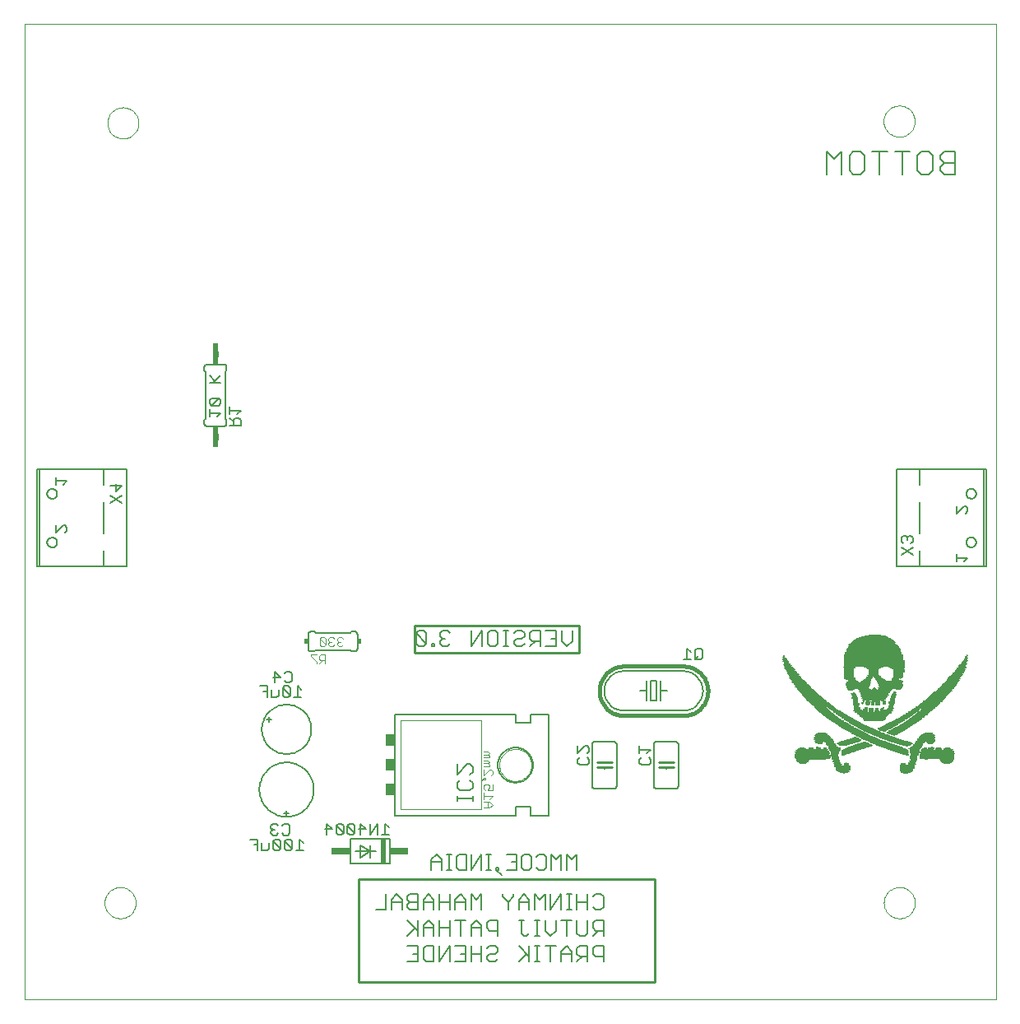
<source format=gbo>
G75*
%MOIN*%
%OFA0B0*%
%FSLAX24Y24*%
%IPPOS*%
%LPD*%
%AMOC8*
5,1,8,0,0,1.08239X$1,22.5*
%
%ADD10C,0.0000*%
%ADD11C,0.0080*%
%ADD12C,0.0060*%
%ADD13C,0.0100*%
%ADD14R,0.0066X0.0033*%
%ADD15R,0.0167X0.0033*%
%ADD16R,0.0334X0.0033*%
%ADD17R,0.0367X0.0033*%
%ADD18R,0.0466X0.0033*%
%ADD19R,0.0467X0.0033*%
%ADD20R,0.0500X0.0033*%
%ADD21R,0.0533X0.0033*%
%ADD22R,0.0567X0.0033*%
%ADD23R,0.0566X0.0033*%
%ADD24R,0.0600X0.0033*%
%ADD25R,0.0566X0.0033*%
%ADD26R,0.0600X0.0033*%
%ADD27R,0.0634X0.0033*%
%ADD28R,0.0633X0.0033*%
%ADD29R,0.0634X0.0033*%
%ADD30R,0.0633X0.0033*%
%ADD31R,0.0300X0.0033*%
%ADD32R,0.0233X0.0033*%
%ADD33R,0.0333X0.0033*%
%ADD34R,0.0233X0.0033*%
%ADD35R,0.0234X0.0033*%
%ADD36R,0.0267X0.0033*%
%ADD37R,0.0333X0.0033*%
%ADD38R,0.0033X0.0033*%
%ADD39R,0.0400X0.0033*%
%ADD40R,0.0434X0.0033*%
%ADD41R,0.0300X0.0033*%
%ADD42R,0.0266X0.0033*%
%ADD43R,0.0266X0.0033*%
%ADD44R,0.1200X0.0033*%
%ADD45R,0.0267X0.0033*%
%ADD46R,0.0133X0.0033*%
%ADD47R,0.1400X0.0033*%
%ADD48R,0.1434X0.0033*%
%ADD49R,0.1434X0.0033*%
%ADD50R,0.1433X0.0033*%
%ADD51R,0.1467X0.0033*%
%ADD52R,0.1433X0.0033*%
%ADD53R,0.0133X0.0033*%
%ADD54R,0.0366X0.0033*%
%ADD55R,0.0433X0.0033*%
%ADD56R,0.0466X0.0033*%
%ADD57R,0.1367X0.0033*%
%ADD58R,0.1367X0.0033*%
%ADD59R,0.0366X0.0033*%
%ADD60R,0.0533X0.0033*%
%ADD61R,0.0367X0.0033*%
%ADD62R,0.1333X0.0033*%
%ADD63R,0.0666X0.0033*%
%ADD64R,0.1334X0.0033*%
%ADD65R,0.1300X0.0033*%
%ADD66R,0.0434X0.0033*%
%ADD67R,0.0700X0.0033*%
%ADD68R,0.0733X0.0033*%
%ADD69R,0.1267X0.0033*%
%ADD70R,0.0766X0.0033*%
%ADD71R,0.0800X0.0033*%
%ADD72R,0.0433X0.0033*%
%ADD73R,0.0500X0.0033*%
%ADD74R,0.0400X0.0033*%
%ADD75R,0.0166X0.0033*%
%ADD76R,0.0800X0.0033*%
%ADD77R,0.0833X0.0033*%
%ADD78R,0.0200X0.0033*%
%ADD79R,0.0134X0.0033*%
%ADD80R,0.0100X0.0033*%
%ADD81R,0.0866X0.0033*%
%ADD82R,0.0867X0.0033*%
%ADD83R,0.0067X0.0033*%
%ADD84R,0.0866X0.0033*%
%ADD85R,0.0834X0.0033*%
%ADD86R,0.0100X0.0033*%
%ADD87R,0.0700X0.0033*%
%ADD88R,0.0767X0.0033*%
%ADD89R,0.0667X0.0033*%
%ADD90R,0.0734X0.0033*%
%ADD91R,0.0334X0.0033*%
%ADD92R,0.0767X0.0033*%
%ADD93R,0.0166X0.0033*%
%ADD94R,0.0734X0.0033*%
%ADD95R,0.0567X0.0033*%
%ADD96R,0.0733X0.0033*%
%ADD97R,0.0667X0.0033*%
%ADD98R,0.0067X0.0033*%
%ADD99R,0.0534X0.0033*%
%ADD100R,0.0534X0.0033*%
%ADD101R,0.0467X0.0033*%
%ADD102R,0.0933X0.0033*%
%ADD103R,0.1033X0.0033*%
%ADD104R,0.1100X0.0033*%
%ADD105R,0.1134X0.0033*%
%ADD106R,0.1500X0.0033*%
%ADD107R,0.0167X0.0033*%
%ADD108R,0.0200X0.0033*%
%ADD109R,0.0867X0.0033*%
%ADD110R,0.0134X0.0033*%
%ADD111R,0.0066X0.0033*%
%ADD112R,0.0833X0.0033*%
%ADD113R,0.0234X0.0033*%
%ADD114R,0.0766X0.0033*%
%ADD115R,0.0900X0.0033*%
%ADD116R,0.0967X0.0033*%
%ADD117R,0.1000X0.0033*%
%ADD118R,0.1034X0.0033*%
%ADD119R,0.1133X0.0033*%
%ADD120R,0.1166X0.0033*%
%ADD121R,0.1234X0.0033*%
%ADD122R,0.1267X0.0033*%
%ADD123R,0.1333X0.0033*%
%ADD124R,0.0900X0.0033*%
%ADD125R,0.0967X0.0033*%
%ADD126R,0.0934X0.0033*%
%ADD127R,0.1000X0.0033*%
%ADD128R,0.1033X0.0033*%
%ADD129R,0.1067X0.0033*%
%ADD130R,0.2467X0.0033*%
%ADD131R,0.2467X0.0033*%
%ADD132R,0.2433X0.0033*%
%ADD133R,0.2433X0.0033*%
%ADD134R,0.2367X0.0033*%
%ADD135R,0.2367X0.0033*%
%ADD136R,0.2300X0.0033*%
%ADD137R,0.2300X0.0033*%
%ADD138R,0.2233X0.0033*%
%ADD139R,0.2233X0.0033*%
%ADD140R,0.2200X0.0033*%
%ADD141R,0.2167X0.0033*%
%ADD142R,0.2134X0.0033*%
%ADD143R,0.2066X0.0033*%
%ADD144R,0.2000X0.0033*%
%ADD145R,0.1967X0.0033*%
%ADD146R,0.1900X0.0033*%
%ADD147R,0.1833X0.0033*%
%ADD148R,0.1800X0.0033*%
%ADD149R,0.1734X0.0033*%
%ADD150R,0.1666X0.0033*%
%ADD151R,0.1567X0.0033*%
%ADD152R,0.1466X0.0033*%
%ADD153R,0.1233X0.0033*%
%ADD154C,0.0050*%
%ADD155C,0.0020*%
%ADD156C,0.0070*%
%ADD157C,0.0040*%
%ADD158R,0.0350X0.0500*%
%ADD159C,0.0160*%
%ADD160C,0.0240*%
%ADD161R,0.0240X0.0340*%
%ADD162R,0.0150X0.0200*%
%ADD163R,0.0200X0.1000*%
%ADD164R,0.0750X0.0300*%
D10*
X000100Y000100D02*
X000100Y039596D01*
X039470Y039596D01*
X039470Y000100D01*
X000100Y000100D01*
X003352Y004021D02*
X003354Y004071D01*
X003360Y004121D01*
X003370Y004170D01*
X003384Y004218D01*
X003401Y004265D01*
X003422Y004310D01*
X003447Y004354D01*
X003475Y004395D01*
X003507Y004434D01*
X003541Y004471D01*
X003578Y004505D01*
X003618Y004535D01*
X003660Y004562D01*
X003704Y004586D01*
X003750Y004607D01*
X003797Y004623D01*
X003845Y004636D01*
X003895Y004645D01*
X003944Y004650D01*
X003995Y004651D01*
X004045Y004648D01*
X004094Y004641D01*
X004143Y004630D01*
X004191Y004615D01*
X004237Y004597D01*
X004282Y004575D01*
X004325Y004549D01*
X004366Y004520D01*
X004405Y004488D01*
X004441Y004453D01*
X004473Y004415D01*
X004503Y004375D01*
X004530Y004332D01*
X004553Y004288D01*
X004572Y004242D01*
X004588Y004194D01*
X004600Y004145D01*
X004608Y004096D01*
X004612Y004046D01*
X004612Y003996D01*
X004608Y003946D01*
X004600Y003897D01*
X004588Y003848D01*
X004572Y003800D01*
X004553Y003754D01*
X004530Y003710D01*
X004503Y003667D01*
X004473Y003627D01*
X004441Y003589D01*
X004405Y003554D01*
X004366Y003522D01*
X004325Y003493D01*
X004282Y003467D01*
X004237Y003445D01*
X004191Y003427D01*
X004143Y003412D01*
X004094Y003401D01*
X004045Y003394D01*
X003995Y003391D01*
X003944Y003392D01*
X003895Y003397D01*
X003845Y003406D01*
X003797Y003419D01*
X003750Y003435D01*
X003704Y003456D01*
X003660Y003480D01*
X003618Y003507D01*
X003578Y003537D01*
X003541Y003571D01*
X003507Y003608D01*
X003475Y003647D01*
X003447Y003688D01*
X003422Y003732D01*
X003401Y003777D01*
X003384Y003824D01*
X003370Y003872D01*
X003360Y003921D01*
X003354Y003971D01*
X003352Y004021D01*
X019350Y009600D02*
X019352Y009650D01*
X019358Y009700D01*
X019368Y009750D01*
X019381Y009798D01*
X019398Y009846D01*
X019419Y009892D01*
X019443Y009936D01*
X019471Y009978D01*
X019502Y010018D01*
X019536Y010055D01*
X019573Y010090D01*
X019612Y010121D01*
X019653Y010150D01*
X019697Y010175D01*
X019743Y010197D01*
X019790Y010215D01*
X019838Y010229D01*
X019887Y010240D01*
X019937Y010247D01*
X019987Y010250D01*
X020038Y010249D01*
X020088Y010244D01*
X020138Y010235D01*
X020186Y010223D01*
X020234Y010206D01*
X020280Y010186D01*
X020325Y010163D01*
X020368Y010136D01*
X020408Y010106D01*
X020446Y010073D01*
X020481Y010037D01*
X020514Y009998D01*
X020543Y009957D01*
X020569Y009914D01*
X020592Y009869D01*
X020611Y009822D01*
X020626Y009774D01*
X020638Y009725D01*
X020646Y009675D01*
X020650Y009625D01*
X020650Y009575D01*
X020646Y009525D01*
X020638Y009475D01*
X020626Y009426D01*
X020611Y009378D01*
X020592Y009331D01*
X020569Y009286D01*
X020543Y009243D01*
X020514Y009202D01*
X020481Y009163D01*
X020446Y009127D01*
X020408Y009094D01*
X020368Y009064D01*
X020325Y009037D01*
X020280Y009014D01*
X020234Y008994D01*
X020186Y008977D01*
X020138Y008965D01*
X020088Y008956D01*
X020038Y008951D01*
X019987Y008950D01*
X019937Y008953D01*
X019887Y008960D01*
X019838Y008971D01*
X019790Y008985D01*
X019743Y009003D01*
X019697Y009025D01*
X019653Y009050D01*
X019612Y009079D01*
X019573Y009110D01*
X019536Y009145D01*
X019502Y009182D01*
X019471Y009222D01*
X019443Y009264D01*
X019419Y009308D01*
X019398Y009354D01*
X019381Y009402D01*
X019368Y009450D01*
X019358Y009500D01*
X019352Y009550D01*
X019350Y009600D01*
X034931Y004021D02*
X034933Y004071D01*
X034939Y004121D01*
X034949Y004170D01*
X034963Y004218D01*
X034980Y004265D01*
X035001Y004310D01*
X035026Y004354D01*
X035054Y004395D01*
X035086Y004434D01*
X035120Y004471D01*
X035157Y004505D01*
X035197Y004535D01*
X035239Y004562D01*
X035283Y004586D01*
X035329Y004607D01*
X035376Y004623D01*
X035424Y004636D01*
X035474Y004645D01*
X035523Y004650D01*
X035574Y004651D01*
X035624Y004648D01*
X035673Y004641D01*
X035722Y004630D01*
X035770Y004615D01*
X035816Y004597D01*
X035861Y004575D01*
X035904Y004549D01*
X035945Y004520D01*
X035984Y004488D01*
X036020Y004453D01*
X036052Y004415D01*
X036082Y004375D01*
X036109Y004332D01*
X036132Y004288D01*
X036151Y004242D01*
X036167Y004194D01*
X036179Y004145D01*
X036187Y004096D01*
X036191Y004046D01*
X036191Y003996D01*
X036187Y003946D01*
X036179Y003897D01*
X036167Y003848D01*
X036151Y003800D01*
X036132Y003754D01*
X036109Y003710D01*
X036082Y003667D01*
X036052Y003627D01*
X036020Y003589D01*
X035984Y003554D01*
X035945Y003522D01*
X035904Y003493D01*
X035861Y003467D01*
X035816Y003445D01*
X035770Y003427D01*
X035722Y003412D01*
X035673Y003401D01*
X035624Y003394D01*
X035574Y003391D01*
X035523Y003392D01*
X035474Y003397D01*
X035424Y003406D01*
X035376Y003419D01*
X035329Y003435D01*
X035283Y003456D01*
X035239Y003480D01*
X035197Y003507D01*
X035157Y003537D01*
X035120Y003571D01*
X035086Y003608D01*
X035054Y003647D01*
X035026Y003688D01*
X035001Y003732D01*
X034980Y003777D01*
X034963Y003824D01*
X034949Y003872D01*
X034939Y003921D01*
X034933Y003971D01*
X034931Y004021D01*
X034923Y035671D02*
X034925Y035721D01*
X034931Y035771D01*
X034941Y035820D01*
X034955Y035868D01*
X034972Y035915D01*
X034993Y035960D01*
X035018Y036004D01*
X035046Y036045D01*
X035078Y036084D01*
X035112Y036121D01*
X035149Y036155D01*
X035189Y036185D01*
X035231Y036212D01*
X035275Y036236D01*
X035321Y036257D01*
X035368Y036273D01*
X035416Y036286D01*
X035466Y036295D01*
X035515Y036300D01*
X035566Y036301D01*
X035616Y036298D01*
X035665Y036291D01*
X035714Y036280D01*
X035762Y036265D01*
X035808Y036247D01*
X035853Y036225D01*
X035896Y036199D01*
X035937Y036170D01*
X035976Y036138D01*
X036012Y036103D01*
X036044Y036065D01*
X036074Y036025D01*
X036101Y035982D01*
X036124Y035938D01*
X036143Y035892D01*
X036159Y035844D01*
X036171Y035795D01*
X036179Y035746D01*
X036183Y035696D01*
X036183Y035646D01*
X036179Y035596D01*
X036171Y035547D01*
X036159Y035498D01*
X036143Y035450D01*
X036124Y035404D01*
X036101Y035360D01*
X036074Y035317D01*
X036044Y035277D01*
X036012Y035239D01*
X035976Y035204D01*
X035937Y035172D01*
X035896Y035143D01*
X035853Y035117D01*
X035808Y035095D01*
X035762Y035077D01*
X035714Y035062D01*
X035665Y035051D01*
X035616Y035044D01*
X035566Y035041D01*
X035515Y035042D01*
X035466Y035047D01*
X035416Y035056D01*
X035368Y035069D01*
X035321Y035085D01*
X035275Y035106D01*
X035231Y035130D01*
X035189Y035157D01*
X035149Y035187D01*
X035112Y035221D01*
X035078Y035258D01*
X035046Y035297D01*
X035018Y035338D01*
X034993Y035382D01*
X034972Y035427D01*
X034955Y035474D01*
X034941Y035522D01*
X034931Y035571D01*
X034925Y035621D01*
X034923Y035671D01*
X003470Y035600D02*
X003472Y035650D01*
X003478Y035700D01*
X003488Y035749D01*
X003502Y035797D01*
X003519Y035844D01*
X003540Y035889D01*
X003565Y035933D01*
X003593Y035974D01*
X003625Y036013D01*
X003659Y036050D01*
X003696Y036084D01*
X003736Y036114D01*
X003778Y036141D01*
X003822Y036165D01*
X003868Y036186D01*
X003915Y036202D01*
X003963Y036215D01*
X004013Y036224D01*
X004062Y036229D01*
X004113Y036230D01*
X004163Y036227D01*
X004212Y036220D01*
X004261Y036209D01*
X004309Y036194D01*
X004355Y036176D01*
X004400Y036154D01*
X004443Y036128D01*
X004484Y036099D01*
X004523Y036067D01*
X004559Y036032D01*
X004591Y035994D01*
X004621Y035954D01*
X004648Y035911D01*
X004671Y035867D01*
X004690Y035821D01*
X004706Y035773D01*
X004718Y035724D01*
X004726Y035675D01*
X004730Y035625D01*
X004730Y035575D01*
X004726Y035525D01*
X004718Y035476D01*
X004706Y035427D01*
X004690Y035379D01*
X004671Y035333D01*
X004648Y035289D01*
X004621Y035246D01*
X004591Y035206D01*
X004559Y035168D01*
X004523Y035133D01*
X004484Y035101D01*
X004443Y035072D01*
X004400Y035046D01*
X004355Y035024D01*
X004309Y035006D01*
X004261Y034991D01*
X004212Y034980D01*
X004163Y034973D01*
X004113Y034970D01*
X004062Y034971D01*
X004013Y034976D01*
X003963Y034985D01*
X003915Y034998D01*
X003868Y035014D01*
X003822Y035035D01*
X003778Y035059D01*
X003736Y035086D01*
X003696Y035116D01*
X003659Y035150D01*
X003625Y035187D01*
X003593Y035226D01*
X003565Y035267D01*
X003540Y035311D01*
X003519Y035356D01*
X003502Y035403D01*
X003488Y035451D01*
X003478Y035500D01*
X003472Y035550D01*
X003470Y035600D01*
D11*
X032614Y034439D02*
X032614Y033518D01*
X033228Y033518D02*
X033228Y034439D01*
X032921Y034132D01*
X032614Y034439D01*
X033535Y034285D02*
X033535Y033671D01*
X033688Y033518D01*
X033995Y033518D01*
X034149Y033671D01*
X034149Y034285D01*
X033995Y034439D01*
X033688Y034439D01*
X033535Y034285D01*
X034455Y034439D02*
X035069Y034439D01*
X034762Y034439D02*
X034762Y033518D01*
X035376Y034439D02*
X035990Y034439D01*
X035683Y034439D02*
X035683Y033518D01*
X036297Y033671D02*
X036297Y034285D01*
X036450Y034439D01*
X036757Y034439D01*
X036911Y034285D01*
X036911Y033671D01*
X036757Y033518D01*
X036450Y033518D01*
X036297Y033671D01*
X037218Y033671D02*
X037371Y033518D01*
X037832Y033518D01*
X037832Y034439D01*
X037371Y034439D01*
X037218Y034285D01*
X037218Y034132D01*
X037371Y033978D01*
X037832Y033978D01*
X037371Y033978D02*
X037218Y033825D01*
X037218Y033671D01*
D12*
X036390Y021566D02*
X035450Y021566D01*
X035450Y017636D01*
X036390Y017636D01*
X038990Y017636D01*
X039070Y017636D01*
X039070Y021566D01*
X038990Y021566D01*
X036390Y021566D01*
X036390Y020936D01*
X036390Y020236D02*
X036390Y018966D01*
X036390Y018266D02*
X036390Y017636D01*
X038270Y018616D02*
X038272Y018644D01*
X038278Y018671D01*
X038287Y018697D01*
X038300Y018722D01*
X038317Y018745D01*
X038336Y018765D01*
X038358Y018782D01*
X038382Y018796D01*
X038408Y018806D01*
X038435Y018813D01*
X038463Y018816D01*
X038491Y018815D01*
X038518Y018810D01*
X038545Y018801D01*
X038570Y018789D01*
X038593Y018774D01*
X038614Y018755D01*
X038632Y018734D01*
X038647Y018710D01*
X038658Y018684D01*
X038666Y018658D01*
X038670Y018630D01*
X038670Y018602D01*
X038666Y018574D01*
X038658Y018548D01*
X038647Y018522D01*
X038632Y018498D01*
X038614Y018477D01*
X038593Y018458D01*
X038570Y018443D01*
X038545Y018431D01*
X038518Y018422D01*
X038491Y018417D01*
X038463Y018416D01*
X038435Y018419D01*
X038408Y018426D01*
X038382Y018436D01*
X038358Y018450D01*
X038336Y018467D01*
X038317Y018487D01*
X038300Y018510D01*
X038287Y018535D01*
X038278Y018561D01*
X038272Y018588D01*
X038270Y018616D01*
X038990Y017636D02*
X038990Y021566D01*
X038270Y020586D02*
X038272Y020614D01*
X038278Y020641D01*
X038287Y020667D01*
X038300Y020692D01*
X038317Y020715D01*
X038336Y020735D01*
X038358Y020752D01*
X038382Y020766D01*
X038408Y020776D01*
X038435Y020783D01*
X038463Y020786D01*
X038491Y020785D01*
X038518Y020780D01*
X038545Y020771D01*
X038570Y020759D01*
X038593Y020744D01*
X038614Y020725D01*
X038632Y020704D01*
X038647Y020680D01*
X038658Y020654D01*
X038666Y020628D01*
X038670Y020600D01*
X038670Y020572D01*
X038666Y020544D01*
X038658Y020518D01*
X038647Y020492D01*
X038632Y020468D01*
X038614Y020447D01*
X038593Y020428D01*
X038570Y020413D01*
X038545Y020401D01*
X038518Y020392D01*
X038491Y020387D01*
X038463Y020386D01*
X038435Y020389D01*
X038408Y020396D01*
X038382Y020406D01*
X038358Y020420D01*
X038336Y020437D01*
X038317Y020457D01*
X038300Y020480D01*
X038287Y020505D01*
X038278Y020531D01*
X038272Y020558D01*
X038270Y020586D01*
X026800Y013400D02*
X024400Y013400D01*
X024344Y013398D01*
X024289Y013392D01*
X024234Y013383D01*
X024179Y013369D01*
X024126Y013352D01*
X024075Y013331D01*
X024024Y013306D01*
X023976Y013278D01*
X023930Y013247D01*
X023886Y013213D01*
X023844Y013175D01*
X023805Y013135D01*
X023770Y013093D01*
X023737Y013047D01*
X023707Y013000D01*
X023681Y012951D01*
X023658Y012900D01*
X023639Y012847D01*
X023624Y012794D01*
X023612Y012739D01*
X023604Y012684D01*
X023600Y012628D01*
X023600Y012572D01*
X023604Y012516D01*
X023612Y012461D01*
X023624Y012406D01*
X023639Y012353D01*
X023658Y012300D01*
X023681Y012249D01*
X023707Y012200D01*
X023737Y012153D01*
X023770Y012107D01*
X023805Y012065D01*
X023844Y012025D01*
X023886Y011987D01*
X023930Y011953D01*
X023976Y011922D01*
X024024Y011894D01*
X024075Y011869D01*
X024126Y011848D01*
X024179Y011831D01*
X024234Y011817D01*
X024289Y011808D01*
X024344Y011802D01*
X024400Y011800D01*
X026800Y011800D01*
X026856Y011802D01*
X026911Y011808D01*
X026966Y011817D01*
X027021Y011831D01*
X027074Y011848D01*
X027125Y011869D01*
X027176Y011894D01*
X027224Y011922D01*
X027270Y011953D01*
X027314Y011987D01*
X027356Y012025D01*
X027395Y012065D01*
X027430Y012107D01*
X027463Y012153D01*
X027493Y012200D01*
X027519Y012249D01*
X027542Y012300D01*
X027561Y012353D01*
X027576Y012406D01*
X027588Y012461D01*
X027596Y012516D01*
X027600Y012572D01*
X027600Y012628D01*
X027596Y012684D01*
X027588Y012739D01*
X027576Y012794D01*
X027561Y012847D01*
X027542Y012900D01*
X027519Y012951D01*
X027493Y013000D01*
X027463Y013047D01*
X027430Y013093D01*
X027395Y013135D01*
X027356Y013175D01*
X027314Y013213D01*
X027270Y013247D01*
X027224Y013278D01*
X027176Y013306D01*
X027125Y013331D01*
X027074Y013352D01*
X027021Y013369D01*
X026966Y013383D01*
X026911Y013392D01*
X026856Y013398D01*
X026800Y013400D01*
X025870Y013000D02*
X025870Y012600D01*
X025870Y012200D01*
X025730Y012200D02*
X025480Y012200D01*
X025480Y013000D01*
X025730Y013000D01*
X025730Y012200D01*
X025330Y012200D02*
X025330Y012600D01*
X025050Y012600D01*
X025330Y012600D02*
X025330Y013000D01*
X025870Y012600D02*
X026150Y012600D01*
X026500Y010550D02*
X025700Y010550D01*
X025683Y010548D01*
X025666Y010544D01*
X025650Y010537D01*
X025636Y010527D01*
X025623Y010514D01*
X025613Y010500D01*
X025606Y010484D01*
X025602Y010467D01*
X025600Y010450D01*
X025600Y008750D01*
X025602Y008733D01*
X025606Y008716D01*
X025613Y008700D01*
X025623Y008686D01*
X025636Y008673D01*
X025650Y008663D01*
X025666Y008656D01*
X025683Y008652D01*
X025700Y008650D01*
X026500Y008650D01*
X026517Y008652D01*
X026534Y008656D01*
X026550Y008663D01*
X026564Y008673D01*
X026577Y008686D01*
X026587Y008700D01*
X026594Y008716D01*
X026598Y008733D01*
X026600Y008750D01*
X026600Y010450D01*
X026598Y010467D01*
X026594Y010484D01*
X026587Y010500D01*
X026577Y010514D01*
X026564Y010527D01*
X026550Y010537D01*
X026534Y010544D01*
X026517Y010548D01*
X026500Y010550D01*
X026100Y009750D02*
X026100Y009700D01*
X026100Y009500D02*
X026100Y009450D01*
X024100Y008750D02*
X024100Y010450D01*
X024098Y010467D01*
X024094Y010484D01*
X024087Y010500D01*
X024077Y010514D01*
X024064Y010527D01*
X024050Y010537D01*
X024034Y010544D01*
X024017Y010548D01*
X024000Y010550D01*
X023200Y010550D01*
X023183Y010548D01*
X023166Y010544D01*
X023150Y010537D01*
X023136Y010527D01*
X023123Y010514D01*
X023113Y010500D01*
X023106Y010484D01*
X023102Y010467D01*
X023100Y010450D01*
X023100Y008750D01*
X023102Y008733D01*
X023106Y008716D01*
X023113Y008700D01*
X023123Y008686D01*
X023136Y008673D01*
X023150Y008663D01*
X023166Y008656D01*
X023183Y008652D01*
X023200Y008650D01*
X024000Y008650D01*
X024017Y008652D01*
X024034Y008656D01*
X024050Y008663D01*
X024064Y008673D01*
X024077Y008686D01*
X024087Y008700D01*
X024094Y008716D01*
X024098Y008733D01*
X024100Y008750D01*
X023600Y009450D02*
X023600Y009500D01*
X023600Y009700D02*
X023600Y009750D01*
X021350Y011650D02*
X021350Y007550D01*
X020600Y007550D01*
X020600Y007900D01*
X020000Y007900D01*
X020000Y007550D01*
X015100Y007550D01*
X015100Y011650D01*
X020000Y011650D01*
X020000Y011300D01*
X020600Y011300D01*
X020600Y011650D01*
X021350Y011650D01*
X019290Y009600D02*
X019292Y009653D01*
X019298Y009706D01*
X019308Y009758D01*
X019322Y009809D01*
X019339Y009859D01*
X019360Y009908D01*
X019385Y009955D01*
X019413Y010000D01*
X019445Y010043D01*
X019480Y010083D01*
X019517Y010120D01*
X019557Y010155D01*
X019600Y010187D01*
X019645Y010215D01*
X019692Y010240D01*
X019741Y010261D01*
X019791Y010278D01*
X019842Y010292D01*
X019894Y010302D01*
X019947Y010308D01*
X020000Y010310D01*
X020053Y010308D01*
X020106Y010302D01*
X020158Y010292D01*
X020209Y010278D01*
X020259Y010261D01*
X020308Y010240D01*
X020355Y010215D01*
X020400Y010187D01*
X020443Y010155D01*
X020483Y010120D01*
X020520Y010083D01*
X020555Y010043D01*
X020587Y010000D01*
X020615Y009955D01*
X020640Y009908D01*
X020661Y009859D01*
X020678Y009809D01*
X020692Y009758D01*
X020702Y009706D01*
X020708Y009653D01*
X020710Y009600D01*
X020708Y009547D01*
X020702Y009494D01*
X020692Y009442D01*
X020678Y009391D01*
X020661Y009341D01*
X020640Y009292D01*
X020615Y009245D01*
X020587Y009200D01*
X020555Y009157D01*
X020520Y009117D01*
X020483Y009080D01*
X020443Y009045D01*
X020400Y009013D01*
X020355Y008985D01*
X020308Y008960D01*
X020259Y008939D01*
X020209Y008922D01*
X020158Y008908D01*
X020106Y008898D01*
X020053Y008892D01*
X020000Y008890D01*
X019947Y008892D01*
X019894Y008898D01*
X019842Y008908D01*
X019791Y008922D01*
X019741Y008939D01*
X019692Y008960D01*
X019645Y008985D01*
X019600Y009013D01*
X019557Y009045D01*
X019517Y009080D01*
X019480Y009117D01*
X019445Y009157D01*
X019413Y009200D01*
X019385Y009245D01*
X019360Y009292D01*
X019339Y009341D01*
X019322Y009391D01*
X019308Y009442D01*
X019298Y009494D01*
X019292Y009547D01*
X019290Y009600D01*
X014900Y006600D02*
X014900Y005600D01*
X013300Y005600D01*
X013300Y006600D01*
X014900Y006600D01*
X014350Y006100D02*
X014100Y006100D01*
X014100Y005850D01*
X014100Y006100D02*
X013700Y006350D01*
X013700Y005850D01*
X014100Y006100D01*
X014100Y006350D01*
X014100Y006100D02*
X013500Y006100D01*
X014761Y004371D02*
X014761Y003730D01*
X014334Y003730D01*
X014979Y003730D02*
X014979Y004157D01*
X015192Y004371D01*
X015406Y004157D01*
X015406Y003730D01*
X015623Y003837D02*
X015730Y003730D01*
X016050Y003730D01*
X016050Y004371D01*
X015730Y004371D01*
X015623Y004264D01*
X015623Y004157D01*
X015730Y004050D01*
X016050Y004050D01*
X016268Y004050D02*
X016695Y004050D01*
X016695Y004157D02*
X016481Y004371D01*
X016268Y004157D01*
X016268Y003730D01*
X016695Y003730D02*
X016695Y004157D01*
X016912Y004050D02*
X017339Y004050D01*
X017557Y004050D02*
X017984Y004050D01*
X017984Y004157D02*
X017770Y004371D01*
X017557Y004157D01*
X017557Y003730D01*
X017339Y003730D02*
X017339Y004371D01*
X016912Y004371D02*
X016912Y003730D01*
X016912Y003321D02*
X016912Y002680D01*
X016695Y002680D02*
X016695Y003107D01*
X016481Y003321D01*
X016268Y003107D01*
X016268Y002680D01*
X016050Y002680D02*
X016050Y003321D01*
X015943Y003000D02*
X015623Y002680D01*
X015623Y002271D02*
X016050Y002271D01*
X016050Y001630D01*
X015623Y001630D01*
X015837Y001950D02*
X016050Y001950D01*
X016268Y001737D02*
X016268Y002164D01*
X016375Y002271D01*
X016695Y002271D01*
X016695Y001630D01*
X016375Y001630D01*
X016268Y001737D01*
X016912Y001630D02*
X016912Y002271D01*
X017339Y002271D02*
X016912Y001630D01*
X017339Y001630D02*
X017339Y002271D01*
X017557Y002271D02*
X017984Y002271D01*
X017984Y001630D01*
X017557Y001630D01*
X017770Y001950D02*
X017984Y001950D01*
X018201Y001950D02*
X018628Y001950D01*
X018846Y001844D02*
X018846Y001737D01*
X018953Y001630D01*
X019166Y001630D01*
X019273Y001737D01*
X019166Y001950D02*
X018953Y001950D01*
X018846Y001844D01*
X018628Y001630D02*
X018628Y002271D01*
X018846Y002164D02*
X018953Y002271D01*
X019166Y002271D01*
X019273Y002164D01*
X019273Y002057D01*
X019166Y001950D01*
X019273Y002680D02*
X019273Y003321D01*
X018953Y003321D01*
X018846Y003214D01*
X018846Y003000D01*
X018953Y002894D01*
X019273Y002894D01*
X018628Y003000D02*
X018201Y003000D01*
X018201Y003107D02*
X018201Y002680D01*
X018201Y002271D02*
X018201Y001630D01*
X018628Y002680D02*
X018628Y003107D01*
X018415Y003321D01*
X018201Y003107D01*
X017984Y003321D02*
X017557Y003321D01*
X017770Y003321D02*
X017770Y002680D01*
X017339Y002680D02*
X017339Y003321D01*
X017339Y003000D02*
X016912Y003000D01*
X016695Y003000D02*
X016268Y003000D01*
X016050Y002894D02*
X015623Y003321D01*
X015623Y003837D02*
X015623Y003944D01*
X015730Y004050D01*
X015406Y004050D02*
X014979Y004050D01*
X017984Y004157D02*
X017984Y003730D01*
X018201Y003730D02*
X018201Y004371D01*
X018415Y004157D01*
X018628Y004371D01*
X018628Y003730D01*
X019491Y004264D02*
X019491Y004371D01*
X019491Y004264D02*
X019704Y004050D01*
X019704Y003730D01*
X019704Y004050D02*
X019918Y004264D01*
X019918Y004371D01*
X020135Y004157D02*
X020135Y003730D01*
X020135Y004050D02*
X020562Y004050D01*
X020562Y004157D02*
X020349Y004371D01*
X020135Y004157D01*
X020562Y004157D02*
X020562Y003730D01*
X020780Y003730D02*
X020780Y004371D01*
X020993Y004157D01*
X021207Y004371D01*
X021207Y003730D01*
X021424Y003730D02*
X021424Y004371D01*
X021851Y004371D02*
X021424Y003730D01*
X021851Y003730D02*
X021851Y004371D01*
X022067Y004371D02*
X022281Y004371D01*
X022174Y004371D02*
X022174Y003730D01*
X022281Y003730D02*
X022067Y003730D01*
X022067Y003321D02*
X022067Y002680D01*
X022067Y002271D02*
X021854Y002057D01*
X021854Y001630D01*
X021854Y001950D02*
X022281Y001950D01*
X022281Y002057D02*
X022281Y001630D01*
X022498Y001630D02*
X022712Y001844D01*
X022605Y001844D02*
X022925Y001844D01*
X022925Y001630D02*
X022925Y002271D01*
X022605Y002271D01*
X022498Y002164D01*
X022498Y001950D01*
X022605Y001844D01*
X022281Y002057D02*
X022067Y002271D01*
X021636Y002271D02*
X021209Y002271D01*
X021423Y002271D02*
X021423Y001630D01*
X020992Y001630D02*
X020778Y001630D01*
X020885Y001630D02*
X020885Y002271D01*
X020992Y002271D02*
X020778Y002271D01*
X020562Y002271D02*
X020562Y001630D01*
X020562Y001844D02*
X020135Y002271D01*
X020455Y001950D02*
X020135Y001630D01*
X020349Y002680D02*
X020242Y002787D01*
X020242Y003321D01*
X020349Y003321D02*
X020135Y003321D01*
X020562Y002787D02*
X020455Y002680D01*
X020349Y002680D01*
X020778Y002680D02*
X020992Y002680D01*
X020885Y002680D02*
X020885Y003321D01*
X020992Y003321D02*
X020778Y003321D01*
X021209Y003321D02*
X021209Y002894D01*
X021423Y002680D01*
X021636Y002894D01*
X021636Y003321D01*
X021854Y003321D02*
X022281Y003321D01*
X022498Y003321D02*
X022498Y002787D01*
X022605Y002680D01*
X022819Y002680D01*
X022925Y002787D01*
X022925Y003321D01*
X023143Y003214D02*
X023143Y003000D01*
X023250Y002894D01*
X023570Y002894D01*
X023356Y002894D02*
X023143Y002680D01*
X023250Y002271D02*
X023143Y002164D01*
X023143Y001950D01*
X023250Y001844D01*
X023570Y001844D01*
X023570Y001630D02*
X023570Y002271D01*
X023250Y002271D01*
X023570Y002680D02*
X023570Y003321D01*
X023250Y003321D01*
X023143Y003214D01*
X023250Y003730D02*
X023143Y003837D01*
X023250Y003730D02*
X023463Y003730D01*
X023570Y003837D01*
X023570Y004264D01*
X023463Y004371D01*
X023250Y004371D01*
X023143Y004264D01*
X022925Y004371D02*
X022925Y003730D01*
X022925Y004050D02*
X022498Y004050D01*
X022498Y003730D02*
X022498Y004371D01*
X013500Y014200D02*
X013350Y014200D01*
X013300Y014250D01*
X011900Y014250D01*
X011850Y014200D01*
X011700Y014200D01*
X011683Y014202D01*
X011666Y014206D01*
X011650Y014213D01*
X011636Y014223D01*
X011623Y014236D01*
X011613Y014250D01*
X011606Y014266D01*
X011602Y014283D01*
X011600Y014300D01*
X011600Y014900D01*
X011602Y014917D01*
X011606Y014934D01*
X011613Y014950D01*
X011623Y014964D01*
X011636Y014977D01*
X011650Y014987D01*
X011666Y014994D01*
X011683Y014998D01*
X011700Y015000D01*
X011850Y015000D01*
X011900Y014950D01*
X013300Y014950D01*
X013350Y015000D01*
X013500Y015000D01*
X013517Y014998D01*
X013534Y014994D01*
X013550Y014987D01*
X013564Y014977D01*
X013577Y014964D01*
X013587Y014950D01*
X013594Y014934D01*
X013598Y014917D01*
X013600Y014900D01*
X013600Y014300D01*
X013598Y014283D01*
X013594Y014266D01*
X013587Y014250D01*
X013577Y014236D01*
X013564Y014223D01*
X013550Y014213D01*
X013534Y014206D01*
X013517Y014202D01*
X013500Y014200D01*
X015968Y014505D02*
X016075Y014399D01*
X016288Y014399D01*
X016395Y014505D01*
X015968Y014932D01*
X015968Y014505D01*
X016395Y014505D02*
X016395Y014932D01*
X016288Y015039D01*
X016075Y015039D01*
X015968Y014932D01*
X016610Y014505D02*
X016610Y014399D01*
X016717Y014399D01*
X016717Y014505D01*
X016610Y014505D01*
X016935Y014505D02*
X017041Y014399D01*
X017255Y014399D01*
X017362Y014505D01*
X017148Y014719D02*
X017041Y014719D01*
X016935Y014612D01*
X016935Y014505D01*
X017041Y014719D02*
X016935Y014826D01*
X016935Y014932D01*
X017041Y015039D01*
X017255Y015039D01*
X017362Y014932D01*
X018224Y015039D02*
X018224Y014399D01*
X018651Y015039D01*
X018651Y014399D01*
X018868Y014505D02*
X018868Y014932D01*
X018975Y015039D01*
X019189Y015039D01*
X019295Y014932D01*
X019295Y014505D01*
X019189Y014399D01*
X018975Y014399D01*
X018868Y014505D01*
X019512Y014399D02*
X019725Y014399D01*
X019618Y014399D02*
X019618Y015039D01*
X019512Y015039D02*
X019725Y015039D01*
X019943Y014932D02*
X020049Y015039D01*
X020263Y015039D01*
X020370Y014932D01*
X020370Y014826D01*
X020263Y014719D01*
X020049Y014719D01*
X019943Y014612D01*
X019943Y014505D01*
X020049Y014399D01*
X020263Y014399D01*
X020370Y014505D01*
X020587Y014399D02*
X020801Y014612D01*
X020694Y014612D02*
X021014Y014612D01*
X021014Y014399D02*
X021014Y015039D01*
X020694Y015039D01*
X020587Y014932D01*
X020587Y014719D01*
X020694Y014612D01*
X021232Y014399D02*
X021659Y014399D01*
X021659Y015039D01*
X021232Y015039D01*
X021445Y014719D02*
X021659Y014719D01*
X021876Y014612D02*
X021876Y015039D01*
X021876Y014612D02*
X022090Y014399D01*
X022303Y014612D01*
X022303Y015039D01*
X009730Y011045D02*
X009732Y011108D01*
X009738Y011170D01*
X009748Y011232D01*
X009761Y011294D01*
X009779Y011354D01*
X009800Y011413D01*
X009825Y011471D01*
X009854Y011527D01*
X009886Y011581D01*
X009921Y011633D01*
X009959Y011682D01*
X010001Y011730D01*
X010045Y011774D01*
X010093Y011816D01*
X010142Y011854D01*
X010194Y011889D01*
X010248Y011921D01*
X010304Y011950D01*
X010362Y011975D01*
X010421Y011996D01*
X010481Y012014D01*
X010543Y012027D01*
X010605Y012037D01*
X010667Y012043D01*
X010730Y012045D01*
X010793Y012043D01*
X010855Y012037D01*
X010917Y012027D01*
X010979Y012014D01*
X011039Y011996D01*
X011098Y011975D01*
X011156Y011950D01*
X011212Y011921D01*
X011266Y011889D01*
X011318Y011854D01*
X011367Y011816D01*
X011415Y011774D01*
X011459Y011730D01*
X011501Y011682D01*
X011539Y011633D01*
X011574Y011581D01*
X011606Y011527D01*
X011635Y011471D01*
X011660Y011413D01*
X011681Y011354D01*
X011699Y011294D01*
X011712Y011232D01*
X011722Y011170D01*
X011728Y011108D01*
X011730Y011045D01*
X011728Y010982D01*
X011722Y010920D01*
X011712Y010858D01*
X011699Y010796D01*
X011681Y010736D01*
X011660Y010677D01*
X011635Y010619D01*
X011606Y010563D01*
X011574Y010509D01*
X011539Y010457D01*
X011501Y010408D01*
X011459Y010360D01*
X011415Y010316D01*
X011367Y010274D01*
X011318Y010236D01*
X011266Y010201D01*
X011212Y010169D01*
X011156Y010140D01*
X011098Y010115D01*
X011039Y010094D01*
X010979Y010076D01*
X010917Y010063D01*
X010855Y010053D01*
X010793Y010047D01*
X010730Y010045D01*
X010667Y010047D01*
X010605Y010053D01*
X010543Y010063D01*
X010481Y010076D01*
X010421Y010094D01*
X010362Y010115D01*
X010304Y010140D01*
X010248Y010169D01*
X010194Y010201D01*
X010142Y010236D01*
X010093Y010274D01*
X010045Y010316D01*
X010001Y010360D01*
X009959Y010408D01*
X009921Y010457D01*
X009886Y010509D01*
X009854Y010563D01*
X009825Y010619D01*
X009800Y010677D01*
X009779Y010736D01*
X009761Y010796D01*
X009748Y010858D01*
X009738Y010920D01*
X009732Y010982D01*
X009730Y011045D01*
X010030Y011345D02*
X010030Y011545D01*
X010130Y011445D02*
X009930Y011445D01*
X009630Y008604D02*
X009632Y008670D01*
X009638Y008735D01*
X009648Y008800D01*
X009661Y008865D01*
X009679Y008928D01*
X009700Y008991D01*
X009725Y009051D01*
X009754Y009111D01*
X009786Y009168D01*
X009821Y009224D01*
X009860Y009277D01*
X009902Y009328D01*
X009946Y009376D01*
X009994Y009421D01*
X010044Y009464D01*
X010097Y009503D01*
X010152Y009540D01*
X010209Y009573D01*
X010268Y009602D01*
X010328Y009628D01*
X010390Y009650D01*
X010453Y009669D01*
X010517Y009683D01*
X010582Y009694D01*
X010648Y009701D01*
X010714Y009704D01*
X010779Y009703D01*
X010845Y009698D01*
X010910Y009689D01*
X010975Y009676D01*
X011038Y009660D01*
X011101Y009640D01*
X011162Y009615D01*
X011222Y009588D01*
X011280Y009557D01*
X011336Y009522D01*
X011390Y009484D01*
X011441Y009443D01*
X011490Y009399D01*
X011536Y009352D01*
X011580Y009303D01*
X011620Y009251D01*
X011657Y009196D01*
X011691Y009140D01*
X011721Y009081D01*
X011748Y009021D01*
X011771Y008960D01*
X011790Y008897D01*
X011806Y008833D01*
X011818Y008768D01*
X011826Y008703D01*
X011830Y008637D01*
X011830Y008571D01*
X011826Y008505D01*
X011818Y008440D01*
X011806Y008375D01*
X011790Y008311D01*
X011771Y008248D01*
X011748Y008187D01*
X011721Y008127D01*
X011691Y008068D01*
X011657Y008012D01*
X011620Y007957D01*
X011580Y007905D01*
X011536Y007856D01*
X011490Y007809D01*
X011441Y007765D01*
X011390Y007724D01*
X011336Y007686D01*
X011280Y007651D01*
X011222Y007620D01*
X011162Y007593D01*
X011101Y007568D01*
X011038Y007548D01*
X010975Y007532D01*
X010910Y007519D01*
X010845Y007510D01*
X010779Y007505D01*
X010714Y007504D01*
X010648Y007507D01*
X010582Y007514D01*
X010517Y007525D01*
X010453Y007539D01*
X010390Y007558D01*
X010328Y007580D01*
X010268Y007606D01*
X010209Y007635D01*
X010152Y007668D01*
X010097Y007705D01*
X010044Y007744D01*
X009994Y007787D01*
X009946Y007832D01*
X009902Y007880D01*
X009860Y007931D01*
X009821Y007984D01*
X009786Y008040D01*
X009754Y008097D01*
X009725Y008157D01*
X009700Y008217D01*
X009679Y008280D01*
X009661Y008343D01*
X009648Y008408D01*
X009638Y008473D01*
X009632Y008538D01*
X009630Y008604D01*
X010630Y007654D02*
X010830Y007654D01*
X010730Y007754D02*
X010730Y007554D01*
X004250Y017634D02*
X003310Y017634D01*
X000710Y017634D01*
X000710Y021564D01*
X000630Y021564D01*
X000630Y017634D01*
X000710Y017634D01*
X001030Y018614D02*
X001032Y018642D01*
X001038Y018669D01*
X001047Y018695D01*
X001060Y018720D01*
X001077Y018743D01*
X001096Y018763D01*
X001118Y018780D01*
X001142Y018794D01*
X001168Y018804D01*
X001195Y018811D01*
X001223Y018814D01*
X001251Y018813D01*
X001278Y018808D01*
X001305Y018799D01*
X001330Y018787D01*
X001353Y018772D01*
X001374Y018753D01*
X001392Y018732D01*
X001407Y018708D01*
X001418Y018682D01*
X001426Y018656D01*
X001430Y018628D01*
X001430Y018600D01*
X001426Y018572D01*
X001418Y018546D01*
X001407Y018520D01*
X001392Y018496D01*
X001374Y018475D01*
X001353Y018456D01*
X001330Y018441D01*
X001305Y018429D01*
X001278Y018420D01*
X001251Y018415D01*
X001223Y018414D01*
X001195Y018417D01*
X001168Y018424D01*
X001142Y018434D01*
X001118Y018448D01*
X001096Y018465D01*
X001077Y018485D01*
X001060Y018508D01*
X001047Y018533D01*
X001038Y018559D01*
X001032Y018586D01*
X001030Y018614D01*
X001030Y020584D02*
X001032Y020612D01*
X001038Y020639D01*
X001047Y020665D01*
X001060Y020690D01*
X001077Y020713D01*
X001096Y020733D01*
X001118Y020750D01*
X001142Y020764D01*
X001168Y020774D01*
X001195Y020781D01*
X001223Y020784D01*
X001251Y020783D01*
X001278Y020778D01*
X001305Y020769D01*
X001330Y020757D01*
X001353Y020742D01*
X001374Y020723D01*
X001392Y020702D01*
X001407Y020678D01*
X001418Y020652D01*
X001426Y020626D01*
X001430Y020598D01*
X001430Y020570D01*
X001426Y020542D01*
X001418Y020516D01*
X001407Y020490D01*
X001392Y020466D01*
X001374Y020445D01*
X001353Y020426D01*
X001330Y020411D01*
X001305Y020399D01*
X001278Y020390D01*
X001251Y020385D01*
X001223Y020384D01*
X001195Y020387D01*
X001168Y020394D01*
X001142Y020404D01*
X001118Y020418D01*
X001096Y020435D01*
X001077Y020455D01*
X001060Y020478D01*
X001047Y020503D01*
X001038Y020529D01*
X001032Y020556D01*
X001030Y020584D01*
X000710Y021564D02*
X003310Y021564D01*
X003310Y020934D01*
X003310Y021564D02*
X004250Y021564D01*
X004250Y017634D01*
X003310Y017634D02*
X003310Y018264D01*
X003310Y018964D02*
X003310Y020234D01*
X007398Y023426D02*
X007398Y023576D01*
X007448Y023626D01*
X007448Y025526D01*
X007398Y025576D01*
X007398Y025726D01*
X007400Y025743D01*
X007404Y025760D01*
X007411Y025776D01*
X007421Y025790D01*
X007434Y025803D01*
X007448Y025813D01*
X007464Y025820D01*
X007481Y025824D01*
X007498Y025826D01*
X008198Y025826D01*
X008215Y025824D01*
X008232Y025820D01*
X008248Y025813D01*
X008262Y025803D01*
X008275Y025790D01*
X008285Y025776D01*
X008292Y025760D01*
X008296Y025743D01*
X008298Y025726D01*
X008298Y025576D01*
X008248Y025526D01*
X008248Y023626D01*
X008298Y023576D01*
X008298Y023426D01*
X008296Y023409D01*
X008292Y023392D01*
X008285Y023376D01*
X008275Y023362D01*
X008262Y023349D01*
X008248Y023339D01*
X008232Y023332D01*
X008215Y023328D01*
X008198Y023326D01*
X007498Y023326D01*
X007481Y023328D01*
X007464Y023332D01*
X007448Y023339D01*
X007434Y023349D01*
X007421Y023362D01*
X007411Y023376D01*
X007404Y023392D01*
X007400Y023409D01*
X007398Y023426D01*
D13*
X015932Y015232D02*
X015932Y014132D01*
X022598Y014132D01*
X022598Y015232D01*
X015932Y015232D01*
X023300Y009700D02*
X023600Y009700D01*
X023900Y009700D01*
X023900Y009500D02*
X023600Y009500D01*
X023300Y009500D01*
X025800Y009500D02*
X026100Y009500D01*
X026400Y009500D01*
X026400Y009700D02*
X026100Y009700D01*
X025800Y009700D01*
X025651Y004982D02*
X025651Y000809D01*
X013643Y000809D01*
X013643Y004982D01*
X025651Y004982D01*
D14*
X033314Y009233D03*
X034114Y012133D03*
X034114Y012166D03*
D15*
X034297Y012133D03*
X034297Y012066D03*
X034297Y012033D03*
X034430Y011866D03*
X034430Y011833D03*
X034430Y011766D03*
X034430Y011733D03*
X034197Y011833D03*
X034497Y012133D03*
X034697Y012133D03*
X034697Y012166D03*
X034697Y012066D03*
X034697Y012033D03*
X034930Y012166D03*
X033697Y012466D03*
X031997Y010266D03*
X033430Y009633D03*
X035730Y009633D03*
X035830Y009233D03*
X036597Y010233D03*
X030930Y013833D03*
X030930Y013866D03*
D16*
X033014Y011766D03*
X032414Y010866D03*
X031614Y010233D03*
X033314Y009266D03*
X038114Y013533D03*
D17*
X036130Y011733D03*
X036030Y011666D03*
X035830Y011533D03*
X036397Y010466D03*
X036330Y010366D03*
X036197Y010133D03*
X036197Y010066D03*
X035830Y009266D03*
X033297Y011566D03*
X033197Y011633D03*
X032797Y010433D03*
X032830Y010366D03*
X034230Y012966D03*
X034797Y013033D03*
X031130Y013466D03*
D18*
X033314Y010399D03*
X033314Y009299D03*
D19*
X032947Y010199D03*
X033747Y011299D03*
X033547Y013099D03*
X033547Y013499D03*
X035547Y013399D03*
X037880Y013199D03*
X037480Y009699D03*
X035847Y009299D03*
D20*
X036197Y010233D03*
X036264Y011466D03*
X036364Y011533D03*
X036397Y011566D03*
X036497Y011633D03*
X036531Y011666D03*
X036597Y011733D03*
X036731Y011833D03*
X035364Y011266D03*
X035297Y011233D03*
X035031Y011733D03*
X033864Y011233D03*
X033797Y011266D03*
X033097Y011333D03*
X032964Y011433D03*
X032897Y011466D03*
X032831Y011533D03*
X032764Y011566D03*
X032697Y011633D03*
X032664Y011666D03*
X032564Y011733D03*
X032531Y011766D03*
X032464Y011833D03*
X032431Y011866D03*
X031431Y013033D03*
X031397Y013066D03*
X033564Y013533D03*
X033697Y012933D03*
X034531Y013466D03*
X035531Y013466D03*
X034597Y014833D03*
X037764Y013033D03*
X037831Y013133D03*
X037864Y013166D03*
X034131Y010433D03*
X032964Y010266D03*
X032964Y010233D03*
X033297Y009333D03*
X031664Y009733D03*
D21*
X033047Y011366D03*
X033247Y011233D03*
X033980Y011166D03*
X034047Y011133D03*
X034947Y011033D03*
X035180Y011166D03*
X035047Y011766D03*
X035980Y011266D03*
X036080Y011333D03*
X037480Y009766D03*
X037480Y009733D03*
X035847Y009333D03*
X034147Y012633D03*
X034547Y013166D03*
X031480Y012966D03*
X037680Y012933D03*
X037780Y013066D03*
D22*
X037630Y012866D03*
X037597Y012833D03*
X035630Y011066D03*
X033997Y011766D03*
X033430Y011133D03*
X033530Y011066D03*
X033597Y011033D03*
X032430Y010766D03*
X033297Y009366D03*
X031497Y012933D03*
D23*
X031564Y012866D03*
X033364Y011166D03*
X031664Y009766D03*
X035864Y009366D03*
X035764Y011133D03*
D24*
X035347Y010899D03*
X034314Y010999D03*
X033847Y010899D03*
X033647Y010999D03*
X033281Y009399D03*
X031614Y012799D03*
X034514Y013499D03*
X037581Y012799D03*
X037481Y009799D03*
D25*
X035864Y009399D03*
X035664Y010099D03*
X035064Y011099D03*
X035864Y011199D03*
X037664Y012899D03*
X033464Y011099D03*
D26*
X033714Y010966D03*
X033781Y010933D03*
X033914Y010866D03*
X034181Y011066D03*
X034247Y011033D03*
X034381Y010966D03*
X034981Y011066D03*
X035414Y010933D03*
X035581Y011033D03*
X036714Y010766D03*
X035881Y009466D03*
X035881Y009433D03*
X033281Y009433D03*
X033281Y009466D03*
X032447Y010733D03*
X031647Y012766D03*
X031581Y012833D03*
X034981Y012633D03*
X037514Y012733D03*
X037547Y012766D03*
D27*
X033264Y009499D03*
D28*
X034030Y010799D03*
X034530Y010899D03*
X035897Y009499D03*
X037397Y012599D03*
X037497Y012699D03*
X031697Y012699D03*
D29*
X031664Y012733D03*
X031764Y012633D03*
X033364Y010433D03*
X033964Y010833D03*
X034164Y010733D03*
X034464Y010933D03*
X035464Y010966D03*
X037464Y012666D03*
X035464Y013533D03*
X033264Y009533D03*
D30*
X033530Y010133D03*
X034097Y010766D03*
X034697Y010833D03*
X035897Y009566D03*
X035897Y009533D03*
X036697Y010733D03*
X037430Y012633D03*
X031730Y012666D03*
D31*
X031064Y013566D03*
X031031Y013633D03*
X032864Y011866D03*
X032897Y011833D03*
X033631Y012633D03*
X034297Y013033D03*
X034697Y013133D03*
X035431Y013066D03*
X035431Y013033D03*
X036264Y011833D03*
X034931Y010966D03*
X036164Y009933D03*
X036164Y009866D03*
X036164Y009833D03*
X036131Y009733D03*
X036097Y009666D03*
X036097Y009633D03*
X037531Y010233D03*
X038131Y013566D03*
X038164Y013633D03*
X032964Y009966D03*
X032964Y009933D03*
X032997Y009866D03*
X032997Y009833D03*
X033031Y009733D03*
X033064Y009633D03*
X033097Y009566D03*
X032331Y010466D03*
D32*
X032297Y010233D03*
X031997Y010233D03*
X033430Y009566D03*
X033830Y011933D03*
X033830Y011966D03*
X033797Y012133D03*
X033797Y012166D03*
X035230Y011966D03*
X035230Y011933D03*
X035297Y012233D03*
X035297Y012266D03*
X035330Y012366D03*
X037530Y010266D03*
X038197Y013733D03*
X030997Y013733D03*
D33*
X031047Y013599D03*
X033880Y011799D03*
X033080Y009599D03*
X036080Y009599D03*
X036180Y009999D03*
X036080Y011699D03*
D34*
X035230Y011899D03*
X035297Y012199D03*
X033797Y012199D03*
X033797Y012099D03*
X033330Y009999D03*
X033430Y009599D03*
X035730Y009599D03*
X038197Y013699D03*
X030997Y013699D03*
D35*
X030964Y013766D03*
X033764Y012266D03*
X034364Y013133D03*
X035264Y012133D03*
X035264Y012066D03*
X036864Y010266D03*
X036864Y010233D03*
X037164Y010233D03*
X031664Y009633D03*
D36*
X033047Y009666D03*
X033780Y010666D03*
X033847Y011833D03*
X033847Y011866D03*
X035180Y011833D03*
X036147Y009766D03*
X037480Y009633D03*
X038180Y013666D03*
D37*
X036180Y011766D03*
X035980Y011633D03*
X036747Y010866D03*
X036180Y010033D03*
X036180Y009966D03*
X035847Y010366D03*
X034147Y010466D03*
X033280Y010366D03*
X033380Y010033D03*
X032947Y010033D03*
X031647Y009666D03*
X033047Y011733D03*
X033147Y011666D03*
X034747Y013066D03*
X031080Y013533D03*
D38*
X034097Y012033D03*
X035630Y013066D03*
X038330Y014033D03*
X033430Y009666D03*
D39*
X032947Y010133D03*
X033747Y010633D03*
X033514Y011433D03*
X033347Y011533D03*
X033681Y012966D03*
X033514Y013266D03*
X033514Y013333D03*
X033514Y013366D03*
X034514Y013366D03*
X034514Y013333D03*
X035514Y013166D03*
X035514Y013133D03*
X035881Y011566D03*
X035714Y011466D03*
X035314Y010833D03*
X036281Y010333D03*
X037481Y009666D03*
X037981Y013333D03*
X038014Y013366D03*
X038047Y013433D03*
X031214Y013333D03*
X031181Y013366D03*
X031147Y013433D03*
D40*
X033564Y011399D03*
X031664Y009699D03*
X036264Y010299D03*
X037964Y013299D03*
D41*
X038131Y013599D03*
X035164Y011799D03*
X034731Y013099D03*
X032964Y011799D03*
X032831Y011899D03*
X032964Y009999D03*
X032997Y009899D03*
X032997Y009799D03*
X033031Y009699D03*
X036164Y009899D03*
D42*
X036114Y009699D03*
X035814Y009999D03*
X033814Y011999D03*
D43*
X033814Y012033D03*
X033814Y012066D03*
X034314Y013066D03*
X035214Y011866D03*
X036814Y010466D03*
X033014Y009766D03*
X031014Y013666D03*
D44*
X034581Y012499D03*
X034514Y011599D03*
X031981Y009799D03*
D45*
X033847Y011899D03*
X034347Y013099D03*
X035347Y010799D03*
X036147Y009799D03*
X037147Y010199D03*
D46*
X036647Y009799D03*
X034647Y011799D03*
X034480Y011999D03*
X034480Y012099D03*
X034280Y011999D03*
X034947Y012099D03*
X035380Y012499D03*
X038280Y013899D03*
D47*
X034547Y011666D03*
X037114Y010033D03*
X037081Y009866D03*
X037081Y009833D03*
X032047Y009833D03*
X032047Y010033D03*
X032047Y010066D03*
D48*
X032064Y009866D03*
D49*
X032064Y009899D03*
D50*
X032030Y009999D03*
X037097Y009999D03*
X037097Y009899D03*
D51*
X032047Y009933D03*
X032047Y009966D03*
D52*
X037097Y009966D03*
X037097Y009933D03*
D53*
X035880Y009966D03*
X034947Y010933D03*
X034880Y011866D03*
X034947Y012033D03*
X034947Y012066D03*
X034947Y012133D03*
X034647Y011866D03*
X034647Y011833D03*
X034480Y012033D03*
X034480Y012066D03*
X034280Y012166D03*
X034547Y012666D03*
X033280Y009966D03*
X032547Y010266D03*
D54*
X032764Y010466D03*
X032864Y010333D03*
X032964Y010066D03*
X035764Y010033D03*
X036364Y010433D03*
X038064Y013466D03*
D55*
X037930Y013266D03*
X035530Y013266D03*
X035530Y013233D03*
X034530Y013233D03*
X034530Y013266D03*
X034530Y013433D03*
X034197Y012933D03*
X033597Y013033D03*
X033530Y013133D03*
X033530Y013166D03*
X033530Y013233D03*
X033530Y013433D03*
X033530Y013466D03*
X033430Y010066D03*
X036197Y010166D03*
X036730Y010833D03*
D56*
X036214Y010266D03*
X035714Y010066D03*
X033614Y011366D03*
X032414Y010833D03*
X031314Y013166D03*
X037914Y013233D03*
D57*
X037097Y010066D03*
D58*
X037097Y010099D03*
X034530Y014699D03*
X032030Y010099D03*
D59*
X032964Y010099D03*
X033664Y012999D03*
X034264Y012999D03*
X031164Y013399D03*
D60*
X031447Y012999D03*
X033147Y011299D03*
X033480Y010099D03*
X035247Y011199D03*
X036180Y011399D03*
X036447Y011599D03*
X037747Y012999D03*
D61*
X038097Y013499D03*
X035930Y011599D03*
X036330Y010399D03*
X036197Y010099D03*
X033097Y011699D03*
X032730Y010499D03*
X032797Y010399D03*
X031097Y013499D03*
D62*
X032047Y010133D03*
D63*
X034314Y010666D03*
X034614Y010866D03*
X035614Y010133D03*
X031914Y012466D03*
X031814Y012566D03*
D64*
X037114Y010133D03*
D65*
X037097Y010166D03*
X034531Y011633D03*
X032031Y010166D03*
D66*
X032964Y010166D03*
X033464Y011466D03*
X033564Y013066D03*
X031264Y013266D03*
X035664Y011433D03*
D67*
X035431Y010566D03*
X035231Y010633D03*
X035131Y010666D03*
X034564Y010566D03*
X034397Y010633D03*
X033697Y010566D03*
X033597Y010166D03*
X032464Y010666D03*
X036664Y010633D03*
X037131Y012333D03*
X037164Y012366D03*
X037231Y012433D03*
X037264Y012466D03*
X037331Y012533D03*
D68*
X037047Y012266D03*
X036647Y010566D03*
X035547Y010166D03*
X034647Y010533D03*
X032480Y010633D03*
X032047Y012333D03*
D69*
X032047Y010199D03*
D70*
X033664Y010199D03*
X036864Y012099D03*
D71*
X036747Y011999D03*
X034981Y010399D03*
X035481Y010199D03*
X032314Y012099D03*
D72*
X031297Y013199D03*
X031230Y013299D03*
X033530Y013199D03*
X034830Y012999D03*
X035530Y013299D03*
X035597Y011399D03*
X034930Y010999D03*
X036197Y010199D03*
X032897Y010299D03*
D73*
X032431Y010799D03*
X032864Y011499D03*
X032997Y011399D03*
X032731Y011599D03*
X032597Y011699D03*
X032497Y011799D03*
X032397Y011899D03*
X031364Y013099D03*
X033931Y011199D03*
X035431Y011299D03*
X035831Y010399D03*
X036731Y010199D03*
X036564Y011699D03*
X036697Y011799D03*
X037797Y013099D03*
X034531Y013199D03*
D74*
X034514Y013299D03*
X034514Y013399D03*
X035481Y013099D03*
X035514Y013199D03*
X035447Y012999D03*
X035781Y011499D03*
X036414Y010499D03*
X037547Y010199D03*
X038014Y013399D03*
X033514Y013399D03*
X033514Y013299D03*
X033247Y011599D03*
X033414Y011499D03*
D75*
X032564Y010233D03*
X034864Y011833D03*
X035364Y012466D03*
X038264Y013833D03*
X038264Y013866D03*
D76*
X036914Y012133D03*
X036781Y012033D03*
X036714Y011966D03*
X033747Y010233D03*
X032514Y011933D03*
X032481Y011966D03*
X032381Y012033D03*
X032347Y012066D03*
D77*
X033830Y010266D03*
X034097Y010366D03*
X035330Y010266D03*
X035430Y010233D03*
D78*
X036814Y010433D03*
X037147Y010266D03*
X035247Y012033D03*
X035281Y012166D03*
X035314Y012333D03*
X035347Y012433D03*
X035514Y012633D03*
X034547Y012633D03*
X033747Y012366D03*
X033747Y012333D03*
X033714Y012433D03*
X033781Y012233D03*
X034647Y011766D03*
X034647Y011733D03*
X032347Y010433D03*
X032281Y010266D03*
X031614Y010266D03*
X038214Y013766D03*
D79*
X036614Y010266D03*
X034514Y012166D03*
X034214Y011866D03*
D80*
X034097Y012099D03*
X033797Y010699D03*
X032264Y010299D03*
D81*
X033914Y010299D03*
D82*
X034547Y011399D03*
X035247Y010299D03*
X034580Y014799D03*
D83*
X034547Y012699D03*
X036880Y010299D03*
X030880Y013999D03*
D84*
X034014Y010333D03*
D85*
X035064Y010366D03*
X035164Y010333D03*
X036664Y011933D03*
D86*
X035397Y012533D03*
X034097Y012066D03*
X035897Y010333D03*
X038297Y013933D03*
X038297Y013966D03*
X030897Y013933D03*
D87*
X031997Y012399D03*
X034131Y010399D03*
X034464Y010599D03*
X035331Y010599D03*
X037197Y012399D03*
X037297Y012499D03*
D88*
X036930Y012166D03*
X036830Y012066D03*
X036630Y010533D03*
X035530Y010533D03*
X034897Y010433D03*
X034797Y010466D03*
X034530Y011366D03*
X033597Y010533D03*
X032530Y010533D03*
X032230Y012166D03*
X034530Y013533D03*
D89*
X034847Y010766D03*
X034947Y010733D03*
X035780Y010433D03*
X036680Y010666D03*
X037380Y012566D03*
X031947Y012433D03*
X031847Y012533D03*
D90*
X032014Y012366D03*
X032114Y012266D03*
X032514Y010566D03*
X033414Y010466D03*
X035714Y010466D03*
X037014Y012233D03*
D91*
X036214Y011799D03*
X036814Y010499D03*
X032314Y010499D03*
D92*
X032497Y010599D03*
X033530Y010499D03*
X032197Y012199D03*
X035630Y010499D03*
D93*
X034164Y010499D03*
D94*
X034714Y010499D03*
D95*
X035530Y010999D03*
X035697Y011099D03*
X033730Y010599D03*
X031530Y012899D03*
X035497Y013499D03*
D96*
X036980Y012199D03*
X037080Y012299D03*
X036647Y010599D03*
X032080Y012299D03*
D97*
X031880Y012499D03*
X031780Y012599D03*
X032447Y010699D03*
X034247Y010699D03*
X034780Y010799D03*
X035047Y010699D03*
X036680Y010699D03*
D98*
X035347Y010766D03*
X030880Y013966D03*
D99*
X033314Y011199D03*
X034114Y011099D03*
X036014Y011299D03*
X036314Y011499D03*
X036714Y010799D03*
D100*
X036214Y011433D03*
X036114Y011366D03*
X035914Y011233D03*
X035814Y011166D03*
X035314Y010866D03*
X035114Y011133D03*
X034014Y011733D03*
X033214Y011266D03*
X037714Y012966D03*
D101*
X036647Y011766D03*
X035547Y011366D03*
X035480Y011333D03*
X033680Y011333D03*
X035547Y013333D03*
X035547Y013366D03*
X035547Y013433D03*
X031347Y013133D03*
X031280Y013233D03*
D102*
X033880Y012766D03*
X033880Y012733D03*
X034547Y012233D03*
X035180Y012666D03*
X034547Y011466D03*
X034547Y011433D03*
D103*
X034530Y011499D03*
X035197Y012899D03*
D104*
X034564Y012366D03*
X034531Y011533D03*
D105*
X034514Y011566D03*
D106*
X034531Y011699D03*
D107*
X034430Y011799D03*
X034197Y011799D03*
X034297Y012099D03*
X034697Y012099D03*
X034697Y011999D03*
X033597Y012599D03*
D108*
X033714Y012399D03*
X034881Y011799D03*
X035247Y011999D03*
X035314Y012299D03*
X035347Y012399D03*
X038247Y013799D03*
X030947Y013799D03*
D109*
X036580Y011866D03*
D110*
X034214Y011899D03*
X030914Y013899D03*
D111*
X033714Y012499D03*
X034914Y011899D03*
X038314Y013999D03*
D112*
X036630Y011899D03*
X032430Y011999D03*
D113*
X033764Y012299D03*
X035264Y012099D03*
D114*
X032264Y012133D03*
X032164Y012233D03*
D115*
X033897Y012699D03*
X034531Y012199D03*
D116*
X034530Y012266D03*
D117*
X034547Y012299D03*
X033881Y012799D03*
X033914Y012899D03*
X035214Y012799D03*
D118*
X034564Y012333D03*
D119*
X034580Y012399D03*
D120*
X034564Y012433D03*
X034564Y012466D03*
D121*
X034564Y012533D03*
D122*
X034580Y012566D03*
D123*
X034580Y012599D03*
D124*
X033931Y012666D03*
D125*
X035197Y012699D03*
D126*
X035214Y012733D03*
D127*
X035214Y012766D03*
X035214Y012833D03*
X033881Y012833D03*
X033881Y012866D03*
D128*
X035197Y012866D03*
D129*
X035180Y012933D03*
X035180Y012966D03*
X034547Y014766D03*
D130*
X034547Y013766D03*
X034547Y013733D03*
X034547Y013666D03*
X034547Y013633D03*
X034547Y013566D03*
D131*
X034547Y013599D03*
X034547Y013699D03*
X034547Y013799D03*
D132*
X034530Y013833D03*
X034530Y013866D03*
X034530Y013933D03*
D133*
X034530Y013899D03*
D134*
X034530Y013966D03*
X034530Y014033D03*
D135*
X034530Y013999D03*
D136*
X034531Y014066D03*
X034531Y014133D03*
D137*
X034531Y014099D03*
D138*
X034530Y014166D03*
D139*
X034530Y014199D03*
D140*
X034514Y014233D03*
D141*
X034530Y014266D03*
D142*
X034514Y014299D03*
D143*
X034514Y014333D03*
X034514Y014366D03*
D144*
X034514Y014399D03*
D145*
X034497Y014433D03*
D146*
X034497Y014466D03*
D147*
X034497Y014499D03*
D148*
X034514Y014533D03*
D149*
X034514Y014566D03*
D150*
X034514Y014599D03*
D151*
X034530Y014633D03*
D152*
X034514Y014666D03*
D153*
X034530Y014733D03*
D154*
X035655Y018111D02*
X036105Y018411D01*
X036030Y018571D02*
X036105Y018646D01*
X036105Y018796D01*
X036030Y018871D01*
X035955Y018871D01*
X035880Y018796D01*
X035805Y018871D01*
X035730Y018871D01*
X035655Y018796D01*
X035655Y018646D01*
X035730Y018571D01*
X035655Y018411D02*
X036105Y018111D01*
X035880Y018721D02*
X035880Y018796D01*
X037875Y018141D02*
X037875Y017841D01*
X037875Y017991D02*
X038325Y017991D01*
X038175Y017841D01*
X038250Y019791D02*
X038325Y019866D01*
X038325Y020016D01*
X038250Y020091D01*
X038175Y020091D01*
X037875Y019791D01*
X037875Y020091D01*
X027575Y014250D02*
X027500Y014325D01*
X027350Y014325D01*
X027275Y014250D01*
X027275Y013950D01*
X027350Y013875D01*
X027500Y013875D01*
X027575Y013950D01*
X027575Y014250D01*
X027425Y014025D02*
X027275Y013875D01*
X027115Y013875D02*
X026814Y013875D01*
X026964Y013875D02*
X026964Y014325D01*
X027115Y014175D01*
X025025Y010365D02*
X025025Y010065D01*
X025025Y010215D02*
X025475Y010215D01*
X025325Y010065D01*
X025400Y009904D02*
X025475Y009829D01*
X025475Y009679D01*
X025400Y009604D01*
X025100Y009604D01*
X025025Y009679D01*
X025025Y009829D01*
X025100Y009904D01*
X022975Y009829D02*
X022975Y009679D01*
X022900Y009604D01*
X022600Y009604D01*
X022525Y009679D01*
X022525Y009829D01*
X022600Y009904D01*
X022525Y010065D02*
X022825Y010365D01*
X022900Y010365D01*
X022975Y010290D01*
X022975Y010140D01*
X022900Y010065D01*
X022900Y009904D02*
X022975Y009829D01*
X022525Y010065D02*
X022525Y010365D01*
X022473Y005968D02*
X022269Y005765D01*
X022066Y005968D01*
X022066Y005358D01*
X021865Y005358D02*
X021865Y005968D01*
X021662Y005765D01*
X021458Y005968D01*
X021458Y005358D01*
X021257Y005460D02*
X021257Y005867D01*
X021156Y005968D01*
X020952Y005968D01*
X020850Y005867D01*
X020650Y005867D02*
X020650Y005460D01*
X020548Y005358D01*
X020344Y005358D01*
X020243Y005460D01*
X020243Y005867D01*
X020344Y005968D01*
X020548Y005968D01*
X020650Y005867D01*
X020850Y005460D02*
X020952Y005358D01*
X021156Y005358D01*
X021257Y005460D01*
X020042Y005358D02*
X019635Y005358D01*
X019434Y005154D02*
X019231Y005358D01*
X019332Y005358D01*
X019332Y005460D01*
X019231Y005460D01*
X019231Y005358D01*
X019029Y005358D02*
X018826Y005358D01*
X018927Y005358D02*
X018927Y005968D01*
X018826Y005968D02*
X019029Y005968D01*
X018624Y005968D02*
X018217Y005358D01*
X018217Y005968D01*
X018016Y005968D02*
X017711Y005968D01*
X017609Y005867D01*
X017609Y005460D01*
X017711Y005358D01*
X018016Y005358D01*
X018016Y005968D01*
X017408Y005968D02*
X017205Y005968D01*
X017307Y005968D02*
X017307Y005358D01*
X017408Y005358D02*
X017205Y005358D01*
X017003Y005358D02*
X017003Y005765D01*
X016800Y005968D01*
X016596Y005765D01*
X016596Y005358D01*
X016596Y005663D02*
X017003Y005663D01*
X018624Y005358D02*
X018624Y005968D01*
X019635Y005968D02*
X020042Y005968D01*
X020042Y005358D01*
X020042Y005663D02*
X019838Y005663D01*
X022473Y005358D02*
X022473Y005968D01*
X014875Y006775D02*
X014575Y006775D01*
X014725Y006775D02*
X014725Y007225D01*
X014875Y007075D01*
X014415Y007225D02*
X014114Y006775D01*
X014114Y007225D01*
X013954Y007000D02*
X013654Y007000D01*
X013494Y006850D02*
X013194Y007150D01*
X013194Y006850D01*
X013269Y006775D01*
X013419Y006775D01*
X013494Y006850D01*
X013494Y007150D01*
X013419Y007225D01*
X013269Y007225D01*
X013194Y007150D01*
X013033Y007150D02*
X013033Y006850D01*
X012733Y007150D01*
X012733Y006850D01*
X012808Y006775D01*
X012958Y006775D01*
X013033Y006850D01*
X013033Y007150D02*
X012958Y007225D01*
X012808Y007225D01*
X012733Y007150D01*
X012573Y007000D02*
X012273Y007000D01*
X012348Y006775D02*
X012348Y007225D01*
X012573Y007000D01*
X013729Y006775D02*
X013729Y007225D01*
X013954Y007000D01*
X014415Y006775D02*
X014415Y007225D01*
X011407Y006441D02*
X011257Y006591D01*
X011257Y006141D01*
X011407Y006141D02*
X011107Y006141D01*
X010946Y006216D02*
X010946Y006516D01*
X010871Y006591D01*
X010721Y006591D01*
X010646Y006516D01*
X010946Y006216D01*
X010871Y006141D01*
X010721Y006141D01*
X010646Y006216D01*
X010646Y006516D01*
X010486Y006516D02*
X010411Y006591D01*
X010261Y006591D01*
X010186Y006516D01*
X010486Y006216D01*
X010411Y006141D01*
X010261Y006141D01*
X010186Y006216D01*
X010186Y006516D01*
X010026Y006441D02*
X010026Y006216D01*
X009951Y006141D01*
X009725Y006141D01*
X009725Y006441D01*
X009565Y006366D02*
X009415Y006366D01*
X009565Y006591D02*
X009265Y006591D01*
X009565Y006591D02*
X009565Y006141D01*
X010170Y006756D02*
X010320Y006756D01*
X010395Y006832D01*
X010555Y006832D02*
X010631Y006756D01*
X010781Y006756D01*
X010856Y006832D01*
X010856Y007132D01*
X010781Y007207D01*
X010631Y007207D01*
X010555Y007132D01*
X010395Y007132D02*
X010320Y007207D01*
X010170Y007207D01*
X010095Y007132D01*
X010095Y007057D01*
X010170Y006982D01*
X010095Y006907D01*
X010095Y006832D01*
X010170Y006756D01*
X010170Y006982D02*
X010245Y006982D01*
X010486Y006516D02*
X010486Y006216D01*
X010331Y012350D02*
X010106Y012350D01*
X010106Y012650D01*
X009946Y012575D02*
X009796Y012575D01*
X009946Y012800D02*
X009646Y012800D01*
X009946Y012800D02*
X009946Y012350D01*
X010331Y012350D02*
X010406Y012425D01*
X010406Y012650D01*
X010566Y012725D02*
X010566Y012425D01*
X010641Y012350D01*
X010792Y012350D01*
X010867Y012425D01*
X010566Y012725D01*
X010641Y012800D01*
X010792Y012800D01*
X010867Y012725D01*
X010867Y012425D01*
X011027Y012350D02*
X011327Y012350D01*
X011177Y012350D02*
X011177Y012800D01*
X011327Y012650D01*
X010933Y013006D02*
X010858Y012931D01*
X010708Y012931D01*
X010633Y013006D01*
X010473Y013156D02*
X010173Y013156D01*
X010248Y013381D02*
X010473Y013156D01*
X010633Y013306D02*
X010708Y013381D01*
X010858Y013381D01*
X010933Y013306D01*
X010933Y013006D01*
X010248Y012931D02*
X010248Y013381D01*
X004045Y020218D02*
X003595Y020519D01*
X003820Y020679D02*
X003820Y020979D01*
X003595Y020904D02*
X004045Y020904D01*
X003820Y020679D01*
X004045Y020519D02*
X003595Y020218D01*
X001825Y021099D02*
X001675Y020949D01*
X001825Y021099D02*
X001375Y021099D01*
X001375Y020949D02*
X001375Y021249D01*
X001375Y019299D02*
X001375Y018999D01*
X001675Y019299D01*
X001750Y019299D01*
X001825Y019224D01*
X001825Y019074D01*
X001750Y018999D01*
X007603Y023701D02*
X007603Y024002D01*
X007603Y023852D02*
X008053Y023852D01*
X007903Y023701D01*
X007978Y024162D02*
X007678Y024162D01*
X007978Y024462D01*
X007678Y024462D01*
X007603Y024387D01*
X007603Y024237D01*
X007678Y024162D01*
X007978Y024162D02*
X008053Y024237D01*
X008053Y024387D01*
X007978Y024462D01*
X008423Y024112D02*
X008423Y023812D01*
X008423Y023962D02*
X008873Y023962D01*
X008723Y023812D01*
X008798Y023652D02*
X008648Y023652D01*
X008573Y023577D01*
X008573Y023351D01*
X008423Y023351D02*
X008873Y023351D01*
X008873Y023577D01*
X008798Y023652D01*
X008573Y023502D02*
X008423Y023652D01*
X008053Y025083D02*
X007603Y025083D01*
X007753Y025083D02*
X008053Y025383D01*
X007828Y025158D02*
X007603Y025383D01*
D155*
X015350Y011400D02*
X018600Y011400D01*
X018600Y007800D01*
X015350Y007800D01*
X015350Y011400D01*
D156*
X017635Y009630D02*
X017635Y009209D01*
X018055Y009630D01*
X018160Y009630D01*
X018266Y009525D01*
X018266Y009314D01*
X018160Y009209D01*
X018160Y008985D02*
X018266Y008880D01*
X018266Y008670D01*
X018160Y008565D01*
X017740Y008565D01*
X017635Y008670D01*
X017635Y008880D01*
X017740Y008985D01*
X017635Y008345D02*
X017635Y008135D01*
X017635Y008240D02*
X018266Y008240D01*
X018266Y008135D02*
X018266Y008345D01*
D157*
X018720Y008346D02*
X019070Y008346D01*
X018954Y008229D01*
X018954Y008104D02*
X018720Y008104D01*
X018720Y008229D02*
X018720Y008463D01*
X018778Y008588D02*
X018720Y008647D01*
X018720Y008763D01*
X018778Y008822D01*
X018895Y008822D01*
X018954Y008763D01*
X018954Y008705D01*
X018895Y008588D01*
X019070Y008588D01*
X019070Y008822D01*
X018778Y009006D02*
X018720Y009006D01*
X018720Y009064D01*
X018778Y009064D01*
X018778Y009006D01*
X018720Y009064D02*
X018603Y008947D01*
X018720Y009187D02*
X018954Y009420D01*
X019012Y009420D01*
X019070Y009362D01*
X019070Y009245D01*
X019012Y009187D01*
X018720Y009187D02*
X018720Y009420D01*
X018720Y009546D02*
X018954Y009546D01*
X018954Y009604D01*
X018895Y009663D01*
X018954Y009721D01*
X018895Y009779D01*
X018720Y009779D01*
X018720Y009663D02*
X018895Y009663D01*
X018954Y009905D02*
X018954Y009963D01*
X018895Y010022D01*
X018954Y010080D01*
X018895Y010138D01*
X018720Y010138D01*
X018720Y010022D02*
X018895Y010022D01*
X018954Y009905D02*
X018720Y009905D01*
X018895Y008104D02*
X018895Y007870D01*
X018954Y007870D02*
X019070Y007987D01*
X018954Y008104D01*
X018954Y007870D02*
X018720Y007870D01*
X012298Y013720D02*
X012298Y014070D01*
X012123Y014070D01*
X012065Y014012D01*
X012065Y013895D01*
X012123Y013837D01*
X012298Y013837D01*
X012181Y013837D02*
X012065Y013720D01*
X011939Y013720D02*
X011939Y013778D01*
X011706Y014012D01*
X011706Y014070D01*
X011939Y014070D01*
X012124Y014420D02*
X012241Y014420D01*
X012299Y014478D01*
X012066Y014712D01*
X012066Y014478D01*
X012124Y014420D01*
X012299Y014478D02*
X012299Y014712D01*
X012241Y014770D01*
X012124Y014770D01*
X012066Y014712D01*
X012425Y014712D02*
X012425Y014654D01*
X012483Y014595D01*
X012425Y014537D01*
X012425Y014478D01*
X012483Y014420D01*
X012600Y014420D01*
X012658Y014478D01*
X012784Y014478D02*
X012842Y014420D01*
X012959Y014420D01*
X013017Y014478D01*
X012901Y014595D02*
X012842Y014595D01*
X012784Y014537D01*
X012784Y014478D01*
X012842Y014595D02*
X012784Y014654D01*
X012784Y014712D01*
X012842Y014770D01*
X012959Y014770D01*
X013017Y014712D01*
X012658Y014712D02*
X012600Y014770D01*
X012483Y014770D01*
X012425Y014712D01*
X012483Y014595D02*
X012541Y014595D01*
D158*
X014925Y010600D03*
X014925Y009600D03*
X014925Y008600D03*
D159*
X024400Y011600D02*
X026800Y011600D01*
X026862Y011602D01*
X026923Y011608D01*
X026984Y011617D01*
X027044Y011630D01*
X027103Y011647D01*
X027161Y011668D01*
X027218Y011692D01*
X027273Y011719D01*
X027326Y011750D01*
X027378Y011784D01*
X027427Y011821D01*
X027474Y011861D01*
X027518Y011904D01*
X027559Y011949D01*
X027598Y011997D01*
X027634Y012048D01*
X027666Y012100D01*
X027695Y012154D01*
X027721Y012210D01*
X027743Y012268D01*
X027762Y012326D01*
X027777Y012386D01*
X027788Y012447D01*
X027796Y012508D01*
X027800Y012569D01*
X027800Y012631D01*
X027796Y012692D01*
X027788Y012753D01*
X027777Y012814D01*
X027762Y012874D01*
X027743Y012932D01*
X027721Y012990D01*
X027695Y013046D01*
X027666Y013100D01*
X027634Y013152D01*
X027598Y013203D01*
X027559Y013251D01*
X027518Y013296D01*
X027474Y013339D01*
X027427Y013379D01*
X027378Y013416D01*
X027326Y013450D01*
X027273Y013481D01*
X027218Y013508D01*
X027161Y013532D01*
X027103Y013553D01*
X027044Y013570D01*
X026984Y013583D01*
X026923Y013592D01*
X026862Y013598D01*
X026800Y013600D01*
X024400Y013600D01*
X024338Y013598D01*
X024277Y013592D01*
X024216Y013583D01*
X024156Y013570D01*
X024097Y013553D01*
X024039Y013532D01*
X023982Y013508D01*
X023927Y013481D01*
X023874Y013450D01*
X023822Y013416D01*
X023773Y013379D01*
X023726Y013339D01*
X023682Y013296D01*
X023641Y013251D01*
X023602Y013203D01*
X023566Y013152D01*
X023534Y013100D01*
X023505Y013046D01*
X023479Y012990D01*
X023457Y012932D01*
X023438Y012874D01*
X023423Y012814D01*
X023412Y012753D01*
X023404Y012692D01*
X023400Y012631D01*
X023400Y012569D01*
X023404Y012508D01*
X023412Y012447D01*
X023423Y012386D01*
X023438Y012326D01*
X023457Y012268D01*
X023479Y012210D01*
X023505Y012154D01*
X023534Y012100D01*
X023566Y012048D01*
X023602Y011997D01*
X023641Y011949D01*
X023682Y011904D01*
X023726Y011861D01*
X023773Y011821D01*
X023822Y011784D01*
X023874Y011750D01*
X023927Y011719D01*
X023982Y011692D01*
X024039Y011668D01*
X024097Y011647D01*
X024156Y011630D01*
X024216Y011617D01*
X024277Y011608D01*
X024338Y011602D01*
X024400Y011600D01*
D160*
X007848Y022826D02*
X007848Y022976D01*
X007848Y026176D02*
X007848Y026326D01*
D161*
X007848Y026496D03*
X007848Y025996D03*
X007848Y023156D03*
X007848Y022656D03*
D162*
X011525Y014600D03*
X013675Y014600D03*
D163*
X014650Y006100D03*
D164*
X015275Y006100D03*
X012925Y006100D03*
M02*

</source>
